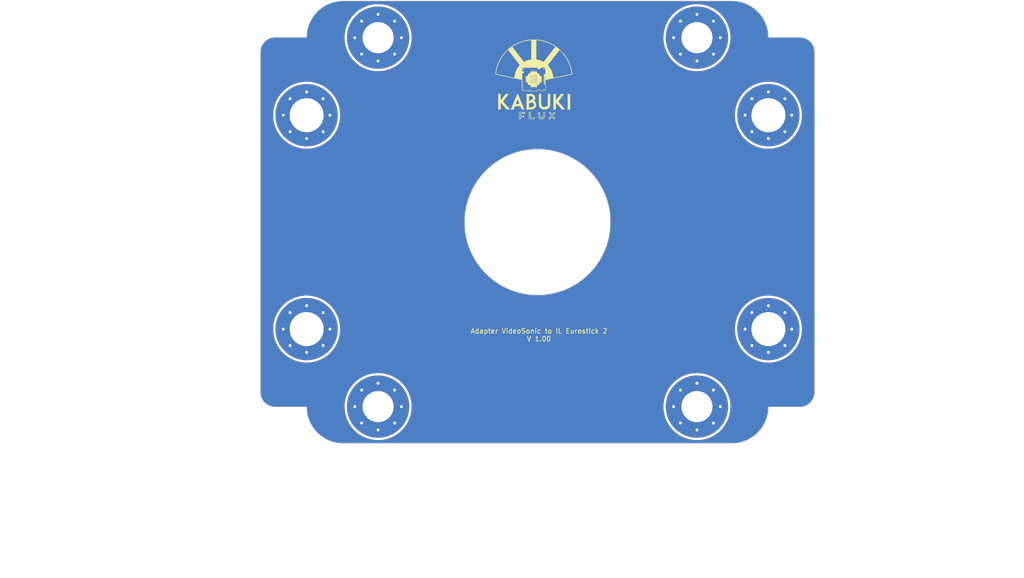
<source format=kicad_pcb>
(kicad_pcb (version 20221018) (generator pcbnew)
  (title_block (title "Adaptador VideoSonic a IL compacto") (date "2023-07-10") (rev "1.00") (company "KabukiFlux"))
  (layers (0 "F.Cu" signal) (31 "B.Cu" signal) (34 "B.Paste" user) (35 "F.Paste" user) (36 "B.SilkS" user "B.Silkscreen") (37 "F.SilkS" user "F.Silkscreen") (38 "B.Mask" user) (39 "F.Mask" user) (44 "Edge.Cuts" user))
  (net 0 "")
  (footprint "lorenzos:MountingHole7" (layer "F.Cu") (at 95.2 60.5)
    (fp_text reference "REF01" hide)
    (fp_text value "MountingHole_7mm_M6_Pad_Via" hide)
    (pad "1" thru_hole circle (at -4.8 0) (size 0.9 0.9) (drill 0.6) (layers "*.Cu" "*.Mask"))
    (pad "1" thru_hole circle (at -3.394113 -3.394113) (size 0.9 0.9) (drill 0.6) (layers "*.Cu" "*.Mask"))
    (pad "1" thru_hole circle (at -3.394113 3.394113) (size 0.9 0.9) (drill 0.6) (layers "*.Cu" "*.Mask"))
    (pad "1" thru_hole circle (at 0 -4.8) (size 0.9 0.9) (drill 0.6) (layers "*.Cu" "*.Mask"))
    (pad "1" thru_hole circle (at 0 0) (size 12.8 12.8) (drill 7) (layers "*.Cu" "*.Mask"))
    (pad "1" thru_hole circle (at 0 4.8) (size 0.9 0.9) (drill 0.6) (layers "*.Cu" "*.Mask"))
    (pad "1" thru_hole circle (at 3.394113 -3.394113) (size 0.9 0.9) (drill 0.6) (layers "*.Cu" "*.Mask"))
    (pad "1" thru_hole circle (at 3.394113 3.394113) (size 0.9 0.9) (drill 0.6) (layers "*.Cu" "*.Mask"))
    (pad "1" thru_hole circle (at 4.8 0) (size 0.9 0.9) (drill 0.6) (layers "*.Cu" "*.Mask"))
  )
  (footprint "lorenzos:MountingHole7" (layer "F.Cu") (at 190.2 104.5)
    (fp_text reference "REF04" hide)
    (fp_text value "MountingHole_7mm_M6_Pad_Via" hide)
    (pad "1" thru_hole circle (at -4.8 0) (size 0.9 0.9) (drill 0.6) (layers "*.Cu" "*.Mask"))
    (pad "1" thru_hole circle (at -3.394113 -3.394113) (size 0.9 0.9) (drill 0.6) (layers "*.Cu" "*.Mask"))
    (pad "1" thru_hole circle (at -3.394113 3.394113) (size 0.9 0.9) (drill 0.6) (layers "*.Cu" "*.Mask"))
    (pad "1" thru_hole circle (at 0 -4.8) (size 0.9 0.9) (drill 0.6) (layers "*.Cu" "*.Mask"))
    (pad "1" thru_hole circle (at 0 0) (size 12.8 12.8) (drill 7) (layers "*.Cu" "*.Mask"))
    (pad "1" thru_hole circle (at 0 4.8) (size 0.9 0.9) (drill 0.6) (layers "*.Cu" "*.Mask"))
    (pad "1" thru_hole circle (at 3.394113 -3.394113) (size 0.9 0.9) (drill 0.6) (layers "*.Cu" "*.Mask"))
    (pad "1" thru_hole circle (at 3.394113 3.394113) (size 0.9 0.9) (drill 0.6) (layers "*.Cu" "*.Mask"))
    (pad "1" thru_hole circle (at 4.8 0) (size 0.9 0.9) (drill 0.6) (layers "*.Cu" "*.Mask"))
  )
  (footprint "MountingHole:MountingHole_6.4mm_M6_Pad_Via" (layer "F.Cu") (at 175.5 120.45)
    (fp_text reference "REF07" hide)
    (fp_text value "MountingHole_6.4mm_M6_Pad_Via" hide)
    (pad "1" thru_hole circle (at -4.8 0) (size 0.9 0.9) (drill 0.6) (layers "*.Cu" "*.Mask"))
    (pad "1" thru_hole circle (at -3.394113 -3.394113) (size 0.9 0.9) (drill 0.6) (layers "*.Cu" "*.Mask"))
    (pad "1" thru_hole circle (at -3.394113 3.394113) (size 0.9 0.9) (drill 0.6) (layers "*.Cu" "*.Mask"))
    (pad "1" thru_hole circle (at 0 -4.8) (size 0.9 0.9) (drill 0.6) (layers "*.Cu" "*.Mask"))
    (pad "1" thru_hole circle (at 0 0) (size 12.8 12.8) (drill 6.4) (layers "*.Cu" "*.Mask"))
    (pad "1" thru_hole circle (at 0 4.8) (size 0.9 0.9) (drill 0.6) (layers "*.Cu" "*.Mask"))
    (pad "1" thru_hole circle (at 3.394113 -3.394113) (size 0.9 0.9) (drill 0.6) (layers "*.Cu" "*.Mask"))
    (pad "1" thru_hole circle (at 3.394113 3.394113) (size 0.9 0.9) (drill 0.6) (layers "*.Cu" "*.Mask"))
    (pad "1" thru_hole circle (at 4.8 0) (size 0.9 0.9) (drill 0.6) (layers "*.Cu" "*.Mask"))
  )
  (footprint "lorenzos:MountingHole7" (layer "F.Cu") (at 190.2 60.5)
    (fp_text reference "REF03" hide)
    (fp_text value "MountingHole_7mm_M6_Pad_Via" hide)
    (pad "1" thru_hole circle (at -4.8 0) (size 0.9 0.9) (drill 0.6) (layers "*.Cu" "*.Mask"))
    (pad "1" thru_hole circle (at -3.394113 -3.394113) (size 0.9 0.9) (drill 0.6) (layers "*.Cu" "*.Mask"))
    (pad "1" thru_hole circle (at -3.394113 3.394113) (size 0.9 0.9) (drill 0.6) (layers "*.Cu" "*.Mask"))
    (pad "1" thru_hole circle (at 0 -4.8) (size 0.9 0.9) (drill 0.6) (layers "*.Cu" "*.Mask"))
    (pad "1" thru_hole circle (at 0 0) (size 12.8 12.8) (drill 7) (layers "*.Cu" "*.Mask"))
    (pad "1" thru_hole circle (at 0 4.8) (size 0.9 0.9) (drill 0.6) (layers "*.Cu" "*.Mask"))
    (pad "1" thru_hole circle (at 3.394113 -3.394113) (size 0.9 0.9) (drill 0.6) (layers "*.Cu" "*.Mask"))
    (pad "1" thru_hole circle (at 3.394113 3.394113) (size 0.9 0.9) (drill 0.6) (layers "*.Cu" "*.Mask"))
    (pad "1" thru_hole circle (at 4.8 0) (size 0.9 0.9) (drill 0.6) (layers "*.Cu" "*.Mask"))
  )
  (footprint "lorenzos:MountingHole7" (layer "F.Cu") (at 95.2 104.5)
    (fp_text reference "REF02" hide)
    (fp_text value "MountingHole_7mm_M6_Pad_Via" hide)
    (pad "1" thru_hole circle (at -4.8 0) (size 0.9 0.9) (drill 0.6) (layers "*.Cu" "*.Mask"))
    (pad "1" thru_hole circle (at -3.394113 -3.394113) (size 0.9 0.9) (drill 0.6) (layers "*.Cu" "*.Mask"))
    (pad "1" thru_hole circle (at -3.394113 3.394113) (size 0.9 0.9) (drill 0.6) (layers "*.Cu" "*.Mask"))
    (pad "1" thru_hole circle (at 0 -4.8) (size 0.9 0.9) (drill 0.6) (layers "*.Cu" "*.Mask"))
    (pad "1" thru_hole circle (at 0 0) (size 12.8 12.8) (drill 7) (layers "*.Cu" "*.Mask"))
    (pad "1" thru_hole circle (at 0 4.8) (size 0.9 0.9) (drill 0.6) (layers "*.Cu" "*.Mask"))
    (pad "1" thru_hole circle (at 3.394113 -3.394113) (size 0.9 0.9) (drill 0.6) (layers "*.Cu" "*.Mask"))
    (pad "1" thru_hole circle (at 3.394113 3.394113) (size 0.9 0.9) (drill 0.6) (layers "*.Cu" "*.Mask"))
    (pad "1" thru_hole circle (at 4.8 0) (size 0.9 0.9) (drill 0.6) (layers "*.Cu" "*.Mask"))
  )
  (footprint "MountingHole:MountingHole_6.4mm_M6_Pad_Via" (layer "F.Cu") (at 109.9 44.55)
    (fp_text reference "REF05" hide)
    (fp_text value "MountingHole_6.4mm_M6_Pad_Via" hide)
    (pad "1" thru_hole circle (at -4.8 0) (size 0.9 0.9) (drill 0.6) (layers "*.Cu" "*.Mask"))
    (pad "1" thru_hole circle (at -3.394113 -3.394113) (size 0.9 0.9) (drill 0.6) (layers "*.Cu" "*.Mask"))
    (pad "1" thru_hole circle (at -3.394113 3.394113) (size 0.9 0.9) (drill 0.6) (layers "*.Cu" "*.Mask"))
    (pad "1" thru_hole circle (at 0 -4.8) (size 0.9 0.9) (drill 0.6) (layers "*.Cu" "*.Mask"))
    (pad "1" thru_hole circle (at 0 0) (size 12.8 12.8) (drill 6.4) (layers "*.Cu" "*.Mask"))
    (pad "1" thru_hole circle (at 0 4.8) (size 0.9 0.9) (drill 0.6) (layers "*.Cu" "*.Mask"))
    (pad "1" thru_hole circle (at 3.394113 -3.394113) (size 0.9 0.9) (drill 0.6) (layers "*.Cu" "*.Mask"))
    (pad "1" thru_hole circle (at 3.394113 3.394113) (size 0.9 0.9) (drill 0.6) (layers "*.Cu" "*.Mask"))
    (pad "1" thru_hole circle (at 4.8 0) (size 0.9 0.9) (drill 0.6) (layers "*.Cu" "*.Mask"))
  )
  (footprint "MountingHole:MountingHole_6.4mm_M6_Pad_Via" (layer "F.Cu") (at 175.5 44.55)
    (fp_text reference "REF06" hide)
    (fp_text value "MountingHole_6.4mm_M6_Pad_Via" hide)
    (pad "1" thru_hole circle (at -4.8 0) (size 0.9 0.9) (drill 0.6) (layers "*.Cu" "*.Mask"))
    (pad "1" thru_hole circle (at -3.394113 -3.394113) (size 0.9 0.9) (drill 0.6) (layers "*.Cu" "*.Mask"))
    (pad "1" thru_hole circle (at -3.394113 3.394113) (size 0.9 0.9) (drill 0.6) (layers "*.Cu" "*.Mask"))
    (pad "1" thru_hole circle (at 0 -4.8) (size 0.9 0.9) (drill 0.6) (layers "*.Cu" "*.Mask"))
    (pad "1" thru_hole circle (at 0 0) (size 12.8 12.8) (drill 6.4) (layers "*.Cu" "*.Mask"))
    (pad "1" thru_hole circle (at 0 4.8) (size 0.9 0.9) (drill 0.6) (layers "*.Cu" "*.Mask"))
    (pad "1" thru_hole circle (at 3.394113 -3.394113) (size 0.9 0.9) (drill 0.6) (layers "*.Cu" "*.Mask"))
    (pad "1" thru_hole circle (at 3.394113 3.394113) (size 0.9 0.9) (drill 0.6) (layers "*.Cu" "*.Mask"))
    (pad "1" thru_hole circle (at 4.8 0) (size 0.9 0.9) (drill 0.6) (layers "*.Cu" "*.Mask"))
  )
  (footprint "MountingHole:MountingHole_6.4mm_M6_Pad_Via" (layer "F.Cu") (at 109.9 120.45)
    (fp_text reference "REF08" hide)
    (fp_text value "MountingHole_6.4mm_M6_Pad_Via" hide)
    (pad "1" thru_hole circle (at -4.8 0) (size 0.9 0.9) (drill 0.6) (layers "*.Cu" "*.Mask"))
    (pad "1" thru_hole circle (at -3.394113 -3.394113) (size 0.9 0.9) (drill 0.6) (layers "*.Cu" "*.Mask"))
    (pad "1" thru_hole circle (at -3.394113 3.394113) (size 0.9 0.9) (drill 0.6) (layers "*.Cu" "*.Mask"))
    (pad "1" thru_hole circle (at 0 -4.8) (size 0.9 0.9) (drill 0.6) (layers "*.Cu" "*.Mask"))
    (pad "1" thru_hole circle (at 0 0) (size 12.8 12.8) (drill 6.4) (layers "*.Cu" "*.Mask"))
    (pad "1" thru_hole circle (at 0 4.8) (size 0.9 0.9) (drill 0.6) (layers "*.Cu" "*.Mask"))
    (pad "1" thru_hole circle (at 3.394113 -3.394113) (size 0.9 0.9) (drill 0.6) (layers "*.Cu" "*.Mask"))
    (pad "1" thru_hole circle (at 3.394113 3.394113) (size 0.9 0.9) (drill 0.6) (layers "*.Cu" "*.Mask"))
    (pad "1" thru_hole circle (at 4.8 0) (size 0.9 0.9) (drill 0.6) (layers "*.Cu" "*.Mask"))
  )
  (footprint "kabuki:LogoKabuki_18mm" (layer "F.Cu") (at 142.1 53.2)
    (fp_text reference "G1" hide)
    (fp_text value "LOGO" hide)
  )
  (gr_arc (start 196.7 44.5) (mid 198.82132 45.37868) (end 199.7 47.5) (stroke (width 0.1)) (layer "Edge.Cuts"))
  (gr_line (start 102.7 37) (end 182.7 37) (stroke (width 0.1)) (layer "Edge.Cuts"))
  (gr_arc (start 88.7 120.5) (mid 86.57868 119.62132) (end 85.7 117.5) (stroke (width 0.1)) (layer "Edge.Cuts"))
  (gr_line (start 182.7 128) (end 102.7 128) (stroke (width 0.1)) (layer "Edge.Cuts"))
  (gr_arc (start 182.7 37) (mid 188.003301 39.196699) (end 190.2 44.5) (stroke (width 0.1)) (layer "Edge.Cuts"))
  (gr_line (start 85.7 117.5) (end 85.7 47.5) (stroke (width 0.1)) (layer "Edge.Cuts"))
  (gr_line (start 199.7 47.5) (end 199.7 117.5) (stroke (width 0.1)) (layer "Edge.Cuts"))
  (gr_line (start 190.2 120.5) (end 196.7 120.5) (stroke (width 0.1)) (layer "Edge.Cuts"))
  (gr_arc (start 199.7 117.5) (mid 198.82132 119.62132) (end 196.7 120.5) (stroke (width 0.1)) (layer "Edge.Cuts"))
  (gr_line (start 196.7 44.5) (end 190.2 44.5) (stroke (width 0.1)) (layer "Edge.Cuts"))
  (gr_arc (start 102.7 128) (mid 97.396699 125.803301) (end 95.2 120.5) (stroke (width 0.1)) (layer "Edge.Cuts"))
  (gr_arc (start 85.7 47.5) (mid 86.57868 45.37868) (end 88.7 44.5) (stroke (width 0.1)) (layer "Edge.Cuts"))
  (gr_circle (center 142.7 82.5) (end 157.7 82.5) (stroke (width 0.1)) (fill none) (layer "Edge.Cuts"))
  (gr_arc (start 190.2 120.5) (mid 188.003301 125.803301) (end 182.7 128) (stroke (width 0.1)) (layer "Edge.Cuts"))
  (gr_line (start 95.2 120.5) (end 88.7 120.5) (stroke (width 0.1)) (layer "Edge.Cuts"))
  (gr_line (start 95.2 44.5) (end 88.7 44.5) (stroke (width 0.1)) (layer "Edge.Cuts"))
  (gr_arc (start 95.2 44.5) (mid 97.396699 39.196699) (end 102.7 37) (stroke (width 0.1)) (layer "Edge.Cuts"))
  (gr_text "Adapter VideoSonic to IL Eurostick 2\nV 1.00" (at 143 107.1) (layer "F.SilkS") (effects (font (size 1 1)) (justify bottom)))
  (zone (net 0) (net_name "") (layer "F.Cu") (connect_pads (clearance 0.5)) (min_thickness 0.25) (fill yes (thermal_gap 0.5) (thermal_bridge_width 0.5) (island_removal_mode 1) (island_area_min 10))
    (polygon (pts (xy 85.6 36.8) (xy 200 36.8) (xy 200 128.4) (xy 199.9 128.5) (xy 85.6 128.5)))
  )
  (zone (net 0) (net_name "") (layer "B.Cu") (connect_pads (clearance 0.5)) (min_thickness 0.25) (fill yes (thermal_gap 0.5) (thermal_bridge_width 0.5) (island_removal_mode 1) (island_area_min 10))
    (polygon (pts (xy 85.6 36.8) (xy 200 36.8) (xy 200 128.4) (xy 199.9 128.5) (xy 85.6 128.5)))
  )
)
</source>
